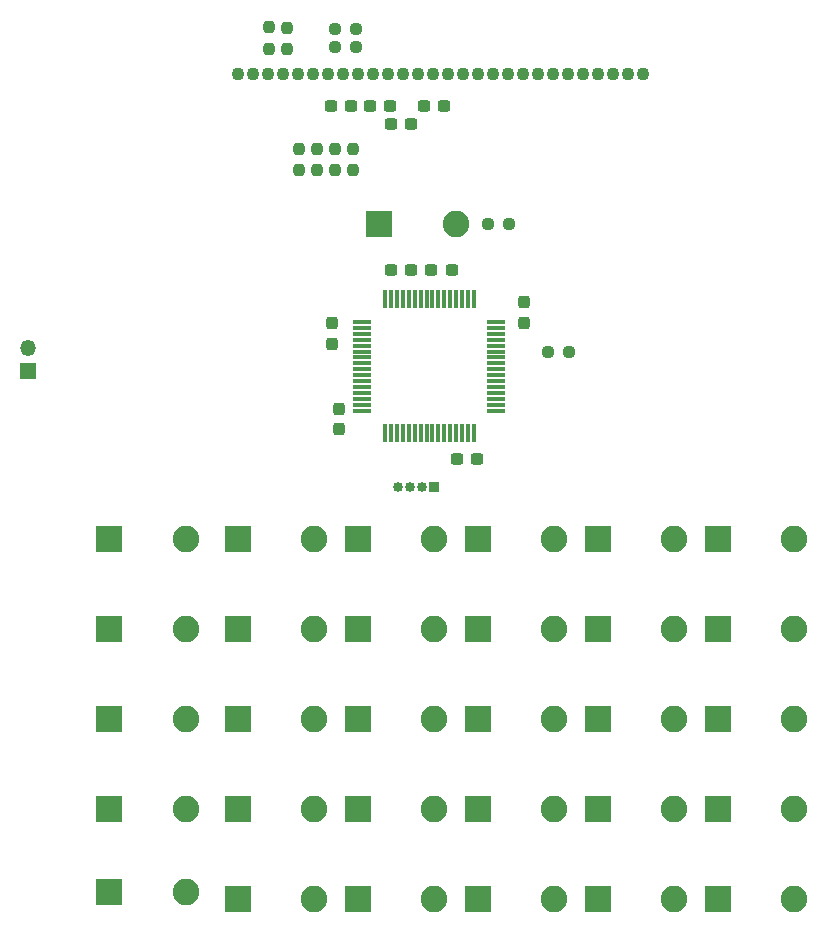
<source format=gbr>
%TF.GenerationSoftware,KiCad,Pcbnew,7.99.0-3539-g7abe2e3ea0*%
%TF.CreationDate,2023-11-11T22:30:26+01:00*%
%TF.ProjectId,KS100,4b533130-302e-46b6-9963-61645f706362,rev?*%
%TF.SameCoordinates,Original*%
%TF.FileFunction,Soldermask,Top*%
%TF.FilePolarity,Negative*%
%FSLAX46Y46*%
G04 Gerber Fmt 4.6, Leading zero omitted, Abs format (unit mm)*
G04 Created by KiCad (PCBNEW 7.99.0-3539-g7abe2e3ea0) date 2023-11-11 22:30:26*
%MOMM*%
%LPD*%
G01*
G04 APERTURE LIST*
G04 Aperture macros list*
%AMRoundRect*
0 Rectangle with rounded corners*
0 $1 Rounding radius*
0 $2 $3 $4 $5 $6 $7 $8 $9 X,Y pos of 4 corners*
0 Add a 4 corners polygon primitive as box body*
4,1,4,$2,$3,$4,$5,$6,$7,$8,$9,$2,$3,0*
0 Add four circle primitives for the rounded corners*
1,1,$1+$1,$2,$3*
1,1,$1+$1,$4,$5*
1,1,$1+$1,$6,$7*
1,1,$1+$1,$8,$9*
0 Add four rect primitives between the rounded corners*
20,1,$1+$1,$2,$3,$4,$5,0*
20,1,$1+$1,$4,$5,$6,$7,0*
20,1,$1+$1,$6,$7,$8,$9,0*
20,1,$1+$1,$8,$9,$2,$3,0*%
G04 Aperture macros list end*
%ADD10R,2.250000X2.250000*%
%ADD11C,2.250000*%
%ADD12RoundRect,0.237500X0.237500X-0.250000X0.237500X0.250000X-0.237500X0.250000X-0.237500X-0.250000X0*%
%ADD13R,0.850000X0.850000*%
%ADD14O,0.850000X0.850000*%
%ADD15RoundRect,0.237500X-0.237500X0.300000X-0.237500X-0.300000X0.237500X-0.300000X0.237500X0.300000X0*%
%ADD16R,1.350000X1.350000*%
%ADD17O,1.350000X1.350000*%
%ADD18RoundRect,0.237500X-0.250000X-0.237500X0.250000X-0.237500X0.250000X0.237500X-0.250000X0.237500X0*%
%ADD19RoundRect,0.237500X0.300000X0.237500X-0.300000X0.237500X-0.300000X-0.237500X0.300000X-0.237500X0*%
%ADD20RoundRect,0.237500X0.237500X-0.300000X0.237500X0.300000X-0.237500X0.300000X-0.237500X-0.300000X0*%
%ADD21RoundRect,0.237500X-0.300000X-0.237500X0.300000X-0.237500X0.300000X0.237500X-0.300000X0.237500X0*%
%ADD22C,1.100000*%
%ADD23RoundRect,0.075000X-0.075000X0.700000X-0.075000X-0.700000X0.075000X-0.700000X0.075000X0.700000X0*%
%ADD24RoundRect,0.075000X-0.700000X0.075000X-0.700000X-0.075000X0.700000X-0.075000X0.700000X0.075000X0*%
%ADD25RoundRect,0.237500X0.250000X0.237500X-0.250000X0.237500X-0.250000X-0.237500X0.250000X-0.237500X0*%
G04 APERTURE END LIST*
D10*
%TO.C,SW28*%
X171450000Y-128270000D03*
D11*
X177950000Y-128270000D03*
%TD*%
D10*
%TO.C,SW10*%
X130810000Y-143510000D03*
D11*
X137310000Y-143510000D03*
%TD*%
D10*
%TO.C,SW27*%
X171450000Y-120650000D03*
D11*
X177950000Y-120650000D03*
%TD*%
D10*
%TO.C,SW11*%
X140970000Y-113030000D03*
D11*
X147470000Y-113030000D03*
%TD*%
D10*
%TO.C,SW7*%
X130810000Y-120650000D03*
D11*
X137310000Y-120650000D03*
%TD*%
D10*
%TO.C,SW15*%
X140970000Y-143510000D03*
D11*
X147470000Y-143510000D03*
%TD*%
D12*
%TO.C,R10*%
X135024500Y-71524500D03*
X135024500Y-69699500D03*
%TD*%
D10*
%TO.C,SW24*%
X161290000Y-135890000D03*
D11*
X167790000Y-135890000D03*
%TD*%
D12*
%TO.C,R6*%
X139065000Y-81788000D03*
X139065000Y-79963000D03*
%TD*%
D10*
%TO.C,SW6*%
X130810000Y-113030000D03*
D11*
X137310000Y-113030000D03*
%TD*%
D10*
%TO.C,SW12*%
X140970000Y-120650000D03*
D11*
X147470000Y-120650000D03*
%TD*%
D10*
%TO.C,SW3*%
X119940000Y-128270000D03*
D11*
X126440000Y-128270000D03*
%TD*%
D10*
%TO.C,SW14*%
X140970000Y-135890000D03*
D11*
X147470000Y-135890000D03*
%TD*%
D13*
%TO.C,J2*%
X147415000Y-108585000D03*
D14*
X146415000Y-108585000D03*
X145415000Y-108585000D03*
X144415000Y-108585000D03*
%TD*%
D10*
%TO.C,SW4*%
X119940000Y-135890000D03*
D11*
X126440000Y-135890000D03*
%TD*%
D10*
%TO.C,SW23*%
X161290000Y-128270000D03*
D11*
X167790000Y-128270000D03*
%TD*%
D10*
%TO.C,SW19*%
X151130000Y-135890000D03*
D11*
X157630000Y-135890000D03*
%TD*%
D15*
%TO.C,C4*%
X155049000Y-92940500D03*
X155049000Y-94665500D03*
%TD*%
D10*
%TO.C,SW26*%
X171450000Y-113030000D03*
D11*
X177950000Y-113030000D03*
%TD*%
D10*
%TO.C,SW29*%
X171450000Y-135890000D03*
D11*
X177950000Y-135890000D03*
%TD*%
D10*
%TO.C,SW1*%
X119940000Y-113030000D03*
D11*
X126440000Y-113030000D03*
%TD*%
D16*
%TO.C,J1*%
X113030000Y-98790000D03*
D17*
X113030000Y-96790000D03*
%TD*%
D10*
%TO.C,SW30*%
X171450000Y-143510000D03*
D11*
X177950000Y-143510000D03*
%TD*%
D18*
%TO.C,R11*%
X139041500Y-69850000D03*
X140866500Y-69850000D03*
%TD*%
D10*
%TO.C,SW25*%
X161290000Y-143510000D03*
D11*
X167790000Y-143510000D03*
%TD*%
D19*
%TO.C,C1*%
X148926500Y-90247000D03*
X147201500Y-90247000D03*
%TD*%
D18*
%TO.C,R12*%
X139041500Y-71374000D03*
X140866500Y-71374000D03*
%TD*%
D20*
%TO.C,C6*%
X138793000Y-96443500D03*
X138793000Y-94718500D03*
%TD*%
D21*
%TO.C,C10*%
X138710500Y-76327000D03*
X140435500Y-76327000D03*
%TD*%
D19*
%TO.C,C8*%
X145515500Y-77851000D03*
X143790500Y-77851000D03*
%TD*%
D21*
%TO.C,C5*%
X143772500Y-90247000D03*
X145497500Y-90247000D03*
%TD*%
D12*
%TO.C,R8*%
X140589000Y-81788000D03*
X140589000Y-79963000D03*
%TD*%
D19*
%TO.C,C3*%
X151085500Y-106249000D03*
X149360500Y-106249000D03*
%TD*%
D10*
%TO.C,SW5*%
X119940000Y-142875000D03*
D11*
X126440000Y-142875000D03*
%TD*%
D22*
%TO.C,J3*%
X165100000Y-73660000D03*
X163830000Y-73660000D03*
X162560000Y-73660000D03*
X161290000Y-73660000D03*
X160020000Y-73660000D03*
X158750000Y-73660000D03*
X157480000Y-73660000D03*
X156210000Y-73660000D03*
X154940000Y-73660000D03*
X153670000Y-73660000D03*
X152400000Y-73660000D03*
X151130000Y-73660000D03*
X149860000Y-73660000D03*
X148590000Y-73660000D03*
X147320000Y-73660000D03*
X146050000Y-73660000D03*
X144780000Y-73660000D03*
X143510000Y-73660000D03*
X142240000Y-73660000D03*
X140970000Y-73660000D03*
X139700000Y-73660000D03*
X138430000Y-73660000D03*
X137160000Y-73660000D03*
X135890000Y-73660000D03*
X134620000Y-73660000D03*
X133350000Y-73660000D03*
X132080000Y-73660000D03*
X130810000Y-73660000D03*
%TD*%
D10*
%TO.C,SW21*%
X161290000Y-113030000D03*
D11*
X167790000Y-113030000D03*
%TD*%
D10*
%TO.C,SW17*%
X151130000Y-120650000D03*
D11*
X157630000Y-120650000D03*
%TD*%
D10*
%TO.C,SW22*%
X161290000Y-120650000D03*
D11*
X167790000Y-120650000D03*
%TD*%
D20*
%TO.C,C2*%
X139428000Y-103682500D03*
X139428000Y-101957500D03*
%TD*%
D10*
%TO.C,SW18*%
X151130000Y-128270000D03*
D11*
X157630000Y-128270000D03*
%TD*%
D12*
%TO.C,R5*%
X137541000Y-81788000D03*
X137541000Y-79963000D03*
%TD*%
D10*
%TO.C,SW16*%
X151130000Y-113030000D03*
D11*
X157630000Y-113030000D03*
%TD*%
D21*
%TO.C,C9*%
X142012500Y-76327000D03*
X143737500Y-76327000D03*
%TD*%
D10*
%TO.C,SW2*%
X119940000Y-120650000D03*
D11*
X126440000Y-120650000D03*
%TD*%
D10*
%TO.C,SW13*%
X140970000Y-128270000D03*
D11*
X147470000Y-128270000D03*
%TD*%
D10*
%TO.C,SW20*%
X151130000Y-143510000D03*
D11*
X157630000Y-143510000D03*
%TD*%
D23*
%TO.C,U1*%
X150798000Y-92700000D03*
X150298000Y-92700000D03*
X149798000Y-92700000D03*
X149298000Y-92700000D03*
X148798000Y-92700000D03*
X148298000Y-92700000D03*
X147798000Y-92700000D03*
X147298000Y-92700000D03*
X146798000Y-92700000D03*
X146298000Y-92700000D03*
X145798000Y-92700000D03*
X145298000Y-92700000D03*
X144798000Y-92700000D03*
X144298000Y-92700000D03*
X143798000Y-92700000D03*
X143298000Y-92700000D03*
D24*
X141373000Y-94625000D03*
X141373000Y-95125000D03*
X141373000Y-95625000D03*
X141373000Y-96125000D03*
X141373000Y-96625000D03*
X141373000Y-97125000D03*
X141373000Y-97625000D03*
X141373000Y-98125000D03*
X141373000Y-98625000D03*
X141373000Y-99125000D03*
X141373000Y-99625000D03*
X141373000Y-100125000D03*
X141373000Y-100625000D03*
X141373000Y-101125000D03*
X141373000Y-101625000D03*
X141373000Y-102125000D03*
D23*
X143298000Y-104050000D03*
X143798000Y-104050000D03*
X144298000Y-104050000D03*
X144798000Y-104050000D03*
X145298000Y-104050000D03*
X145798000Y-104050000D03*
X146298000Y-104050000D03*
X146798000Y-104050000D03*
X147298000Y-104050000D03*
X147798000Y-104050000D03*
X148298000Y-104050000D03*
X148798000Y-104050000D03*
X149298000Y-104050000D03*
X149798000Y-104050000D03*
X150298000Y-104050000D03*
X150798000Y-104050000D03*
D24*
X152723000Y-102125000D03*
X152723000Y-101625000D03*
X152723000Y-101125000D03*
X152723000Y-100625000D03*
X152723000Y-100125000D03*
X152723000Y-99625000D03*
X152723000Y-99125000D03*
X152723000Y-98625000D03*
X152723000Y-98125000D03*
X152723000Y-97625000D03*
X152723000Y-97125000D03*
X152723000Y-96625000D03*
X152723000Y-96125000D03*
X152723000Y-95625000D03*
X152723000Y-95125000D03*
X152723000Y-94625000D03*
%TD*%
D10*
%TO.C,SW31*%
X142782000Y-86310000D03*
D11*
X149282000Y-86310000D03*
%TD*%
D12*
%TO.C,R9*%
X133477000Y-71501000D03*
X133477000Y-69676000D03*
%TD*%
D25*
%TO.C,R1*%
X153820500Y-86360000D03*
X151995500Y-86360000D03*
%TD*%
D10*
%TO.C,SW9*%
X130810000Y-135890000D03*
D11*
X137310000Y-135890000D03*
%TD*%
D21*
%TO.C,C7*%
X146584500Y-76327000D03*
X148309500Y-76327000D03*
%TD*%
D18*
%TO.C,R2*%
X157075500Y-97155000D03*
X158900500Y-97155000D03*
%TD*%
D12*
%TO.C,R7*%
X136017000Y-81788000D03*
X136017000Y-79963000D03*
%TD*%
D10*
%TO.C,SW8*%
X130810000Y-128270000D03*
D11*
X137310000Y-128270000D03*
%TD*%
M02*

</source>
